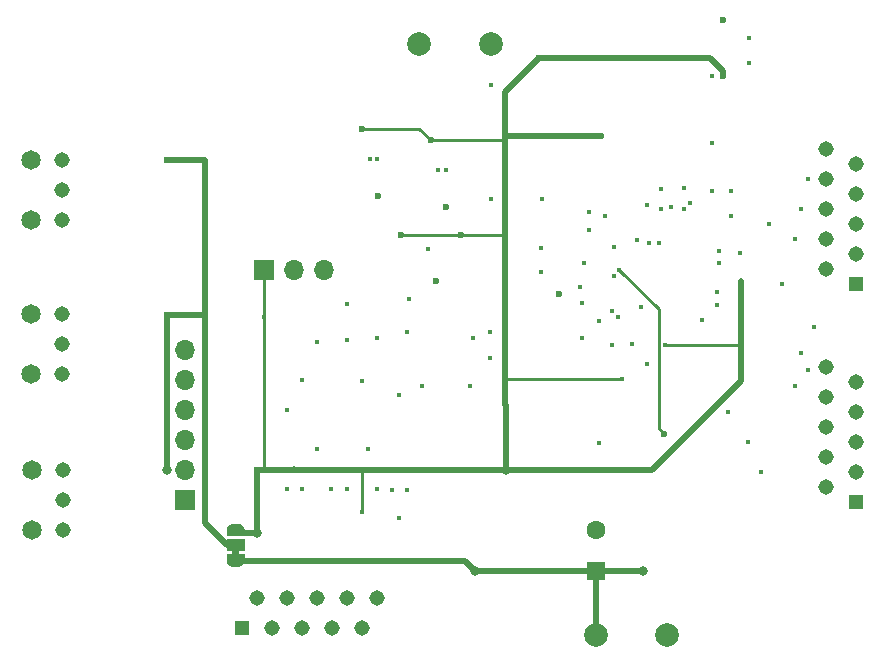
<source format=gbr>
G04 #@! TF.GenerationSoftware,KiCad,Pcbnew,(5.1.10-0-10_14)*
G04 #@! TF.CreationDate,2021-05-14T15:54:12+02:00*
G04 #@! TF.ProjectId,dac,6461632e-6b69-4636-9164-5f7063625858,rev?*
G04 #@! TF.SameCoordinates,Original*
G04 #@! TF.FileFunction,Copper,L4,Bot*
G04 #@! TF.FilePolarity,Positive*
%FSLAX46Y46*%
G04 Gerber Fmt 4.6, Leading zero omitted, Abs format (unit mm)*
G04 Created by KiCad (PCBNEW (5.1.10-0-10_14)) date 2021-05-14 15:54:12*
%MOMM*%
%LPD*%
G01*
G04 APERTURE LIST*
G04 #@! TA.AperFunction,EtchedComponent*
%ADD10C,0.100000*%
G04 #@! TD*
G04 #@! TA.AperFunction,ComponentPad*
%ADD11C,1.308000*%
G04 #@! TD*
G04 #@! TA.AperFunction,ComponentPad*
%ADD12C,1.650000*%
G04 #@! TD*
G04 #@! TA.AperFunction,ComponentPad*
%ADD13C,2.000000*%
G04 #@! TD*
G04 #@! TA.AperFunction,ComponentPad*
%ADD14R,1.308000X1.308000*%
G04 #@! TD*
G04 #@! TA.AperFunction,ComponentPad*
%ADD15O,1.700000X1.700000*%
G04 #@! TD*
G04 #@! TA.AperFunction,ComponentPad*
%ADD16R,1.700000X1.700000*%
G04 #@! TD*
G04 #@! TA.AperFunction,SMDPad,CuDef*
%ADD17C,0.100000*%
G04 #@! TD*
G04 #@! TA.AperFunction,SMDPad,CuDef*
%ADD18R,1.500000X1.000000*%
G04 #@! TD*
G04 #@! TA.AperFunction,ComponentPad*
%ADD19C,1.600000*%
G04 #@! TD*
G04 #@! TA.AperFunction,ComponentPad*
%ADD20R,1.600000X1.600000*%
G04 #@! TD*
G04 #@! TA.AperFunction,ViaPad*
%ADD21C,0.450000*%
G04 #@! TD*
G04 #@! TA.AperFunction,ViaPad*
%ADD22C,0.600000*%
G04 #@! TD*
G04 #@! TA.AperFunction,ViaPad*
%ADD23C,0.800000*%
G04 #@! TD*
G04 #@! TA.AperFunction,Conductor*
%ADD24C,0.250000*%
G04 #@! TD*
G04 #@! TA.AperFunction,Conductor*
%ADD25C,0.500000*%
G04 #@! TD*
G04 APERTURE END LIST*
D10*
G36*
X130043200Y-103638400D02*
G01*
X130043200Y-103138400D01*
X129443200Y-103138400D01*
X129443200Y-103638400D01*
X130043200Y-103638400D01*
G37*
D11*
X115088500Y-96393000D03*
X115088500Y-98933000D03*
X115088500Y-101473000D03*
D12*
X112458500Y-101473000D03*
X112458500Y-96393000D03*
D11*
X115025000Y-83185000D03*
X115025000Y-85725000D03*
X115025000Y-88265000D03*
D12*
X112395000Y-88265000D03*
X112395000Y-83185000D03*
D11*
X115025000Y-70104000D03*
X115025000Y-72644000D03*
X115025000Y-75184000D03*
D12*
X112395000Y-75184000D03*
X112395000Y-70104000D03*
D13*
X145288000Y-60261500D03*
X151320500Y-60261500D03*
D14*
X130238500Y-109728000D03*
D11*
X131508500Y-107188000D03*
X132778500Y-109728000D03*
X134048500Y-107188000D03*
X135318500Y-109728000D03*
X136588500Y-107188000D03*
X137858500Y-109728000D03*
X139128500Y-107188000D03*
X140398500Y-109728000D03*
X141668500Y-107188000D03*
D14*
X182245000Y-99060000D03*
D11*
X179705000Y-97790000D03*
X182245000Y-96520000D03*
X179705000Y-95250000D03*
X182245000Y-93980000D03*
X179705000Y-92710000D03*
X182245000Y-91440000D03*
X179705000Y-90170000D03*
X182245000Y-88900000D03*
X179705000Y-87630000D03*
D14*
X182245000Y-80645000D03*
D11*
X179705000Y-79375000D03*
X182245000Y-78105000D03*
X179705000Y-76835000D03*
X182245000Y-75565000D03*
X179705000Y-74295000D03*
X182245000Y-73025000D03*
X179705000Y-71755000D03*
X182245000Y-70485000D03*
X179705000Y-69215000D03*
D15*
X137223500Y-79438500D03*
X134683500Y-79438500D03*
D16*
X132143500Y-79438500D03*
G04 #@! TA.AperFunction,SMDPad,CuDef*
D17*
G36*
X130493200Y-103488400D02*
G01*
X130493200Y-104038400D01*
X130492598Y-104038400D01*
X130492598Y-104062934D01*
X130487788Y-104111765D01*
X130478216Y-104159890D01*
X130463972Y-104206845D01*
X130445195Y-104252178D01*
X130422064Y-104295451D01*
X130394804Y-104336250D01*
X130363676Y-104374179D01*
X130328979Y-104408876D01*
X130291050Y-104440004D01*
X130250251Y-104467264D01*
X130206978Y-104490395D01*
X130161645Y-104509172D01*
X130114690Y-104523416D01*
X130066565Y-104532988D01*
X130017734Y-104537798D01*
X129993200Y-104537798D01*
X129993200Y-104538400D01*
X129493200Y-104538400D01*
X129493200Y-104537798D01*
X129468666Y-104537798D01*
X129419835Y-104532988D01*
X129371710Y-104523416D01*
X129324755Y-104509172D01*
X129279422Y-104490395D01*
X129236149Y-104467264D01*
X129195350Y-104440004D01*
X129157421Y-104408876D01*
X129122724Y-104374179D01*
X129091596Y-104336250D01*
X129064336Y-104295451D01*
X129041205Y-104252178D01*
X129022428Y-104206845D01*
X129008184Y-104159890D01*
X128998612Y-104111765D01*
X128993802Y-104062934D01*
X128993802Y-104038400D01*
X128993200Y-104038400D01*
X128993200Y-103488400D01*
X130493200Y-103488400D01*
G37*
G04 #@! TD.AperFunction*
D18*
X129743200Y-102738400D03*
G04 #@! TA.AperFunction,SMDPad,CuDef*
D17*
G36*
X128993802Y-101438400D02*
G01*
X128993802Y-101413866D01*
X128998612Y-101365035D01*
X129008184Y-101316910D01*
X129022428Y-101269955D01*
X129041205Y-101224622D01*
X129064336Y-101181349D01*
X129091596Y-101140550D01*
X129122724Y-101102621D01*
X129157421Y-101067924D01*
X129195350Y-101036796D01*
X129236149Y-101009536D01*
X129279422Y-100986405D01*
X129324755Y-100967628D01*
X129371710Y-100953384D01*
X129419835Y-100943812D01*
X129468666Y-100939002D01*
X129493200Y-100939002D01*
X129493200Y-100938400D01*
X129993200Y-100938400D01*
X129993200Y-100939002D01*
X130017734Y-100939002D01*
X130066565Y-100943812D01*
X130114690Y-100953384D01*
X130161645Y-100967628D01*
X130206978Y-100986405D01*
X130250251Y-101009536D01*
X130291050Y-101036796D01*
X130328979Y-101067924D01*
X130363676Y-101102621D01*
X130394804Y-101140550D01*
X130422064Y-101181349D01*
X130445195Y-101224622D01*
X130463972Y-101269955D01*
X130478216Y-101316910D01*
X130487788Y-101365035D01*
X130492598Y-101413866D01*
X130492598Y-101438400D01*
X130493200Y-101438400D01*
X130493200Y-101988400D01*
X128993200Y-101988400D01*
X128993200Y-101438400D01*
X128993802Y-101438400D01*
G37*
G04 #@! TD.AperFunction*
D13*
X166243000Y-110363000D03*
X160210500Y-110363000D03*
D19*
X160210500Y-101402000D03*
D20*
X160210500Y-104902000D03*
D15*
X125476000Y-86156800D03*
X125476000Y-88696800D03*
X125476000Y-91236800D03*
X125476000Y-93776800D03*
X125476000Y-96316800D03*
D16*
X125476000Y-98856800D03*
D21*
X165709600Y-72542400D03*
X165735000Y-74295000D03*
X164566600Y-87401400D03*
D22*
X170992800Y-58216800D03*
X141757400Y-73152000D03*
X147535900Y-74053700D03*
X157124400Y-81432400D03*
X146685000Y-80340200D03*
X131508500Y-96329500D03*
D21*
X166096000Y-85770400D03*
X172491400Y-80391000D03*
X162411400Y-88693000D03*
D22*
X155445800Y-61470200D03*
X160629600Y-68072000D03*
X170977600Y-63007200D03*
D21*
X132160000Y-83422500D03*
D22*
X152579000Y-81840000D03*
D21*
X140415000Y-99932500D03*
D23*
X131508500Y-101663500D03*
D22*
X140447000Y-67515500D03*
X146240500Y-68453000D03*
X143778001Y-76439999D03*
X148858001Y-76439999D03*
D23*
X152590500Y-96329500D03*
D21*
X155600400Y-79603600D03*
X159258000Y-78837000D03*
X155600400Y-77520800D03*
X161772225Y-77485808D03*
X135331200Y-88696800D03*
X134061200Y-91236800D03*
X158902400Y-80873600D03*
X144208500Y-84667000D03*
X151299000Y-84667000D03*
X151257000Y-86868000D03*
X178175999Y-71755000D03*
X178175999Y-87878999D03*
X141668500Y-85217000D03*
X159054800Y-82194400D03*
X149796499Y-85217001D03*
X159067500Y-85217000D03*
X177625999Y-74295000D03*
X177625999Y-86470501D03*
X162204400Y-79400400D03*
D22*
X165989000Y-93281500D03*
D21*
X167690800Y-74218800D03*
X167690800Y-72491600D03*
X163271200Y-85699600D03*
X161747200Y-79959200D03*
X161571002Y-82854800D03*
X161594800Y-85750400D03*
X160528000Y-83718400D03*
X140970000Y-94615000D03*
X160518001Y-94053499D03*
X178725999Y-84227501D03*
X172466000Y-77978000D03*
X170624500Y-77851000D03*
X174879000Y-75565000D03*
X170624500Y-78867000D03*
X171653200Y-72694800D03*
X160985200Y-74853800D03*
X171653200Y-74828400D03*
X169189400Y-83693000D03*
X174180500Y-96520000D03*
X170459400Y-82372200D03*
X173101000Y-93980000D03*
X170510200Y-81322199D03*
X171450000Y-91440000D03*
X170053000Y-62992000D03*
X170053000Y-68707000D03*
X173228000Y-61925200D03*
X175975998Y-80645000D03*
X162119800Y-83362800D03*
X170027600Y-72694800D03*
X164033200Y-82550000D03*
X173228000Y-59740800D03*
X139128500Y-97980500D03*
X137843498Y-97995502D03*
X139128500Y-85344000D03*
X139128500Y-82296000D03*
X135318500Y-97980500D03*
X134048500Y-97980500D03*
X141668500Y-97980500D03*
X144208500Y-98044000D03*
X143573500Y-89979500D03*
X143573500Y-100457000D03*
X142938500Y-98044000D03*
D23*
X149987000Y-104902000D03*
X164211000Y-104902000D03*
D22*
X123952000Y-70104000D03*
X123952000Y-83210400D03*
D23*
X123952000Y-96393000D03*
D21*
X136601200Y-94538800D03*
X149542500Y-89281000D03*
X177075999Y-76835000D03*
X177075999Y-89255499D03*
X136588500Y-85534500D03*
X140411200Y-88849200D03*
X145542000Y-89281000D03*
X141097000Y-70053200D03*
X146875500Y-70954900D03*
X166573200Y-74117200D03*
X147525377Y-70942158D03*
X141746826Y-70068312D03*
X168240800Y-73790771D03*
X159639000Y-76009500D03*
X164759261Y-77153338D03*
X159639000Y-74485500D03*
X163703000Y-76898500D03*
X164592000Y-73888600D03*
X155676600Y-73406000D03*
X151320500Y-73406000D03*
X151320500Y-63754000D03*
X165608000Y-77152500D03*
X145986500Y-77660500D03*
X144398044Y-81914740D03*
D24*
X166096000Y-85770400D02*
X166096000Y-85770400D01*
D25*
X125488700Y-96329500D02*
X125476000Y-96316800D01*
X152579000Y-64337000D02*
X155445800Y-61470200D01*
D24*
X152654000Y-68072000D02*
X152579000Y-68147000D01*
D25*
X152755600Y-68072000D02*
X152579000Y-67895400D01*
X160629600Y-68072000D02*
X152755600Y-68072000D01*
X152579000Y-67895400D02*
X152579000Y-64337000D01*
X152579000Y-68147000D02*
X152579000Y-67895400D01*
X170977600Y-62582936D02*
X170977600Y-63007200D01*
X169864864Y-61470200D02*
X170977600Y-62582936D01*
X155445800Y-61470200D02*
X169864864Y-61470200D01*
D24*
X134586201Y-96299799D02*
X134556500Y-96329500D01*
X134611201Y-96104801D02*
X134835900Y-96329500D01*
D25*
X134556500Y-96329500D02*
X134835900Y-96329500D01*
D24*
X132160000Y-96313000D02*
X132143500Y-96329500D01*
X132160000Y-83422500D02*
X132160000Y-96313000D01*
D25*
X132143500Y-96329500D02*
X134556500Y-96329500D01*
X131508500Y-96329500D02*
X132143500Y-96329500D01*
D24*
X152488900Y-70764400D02*
X152579000Y-70854500D01*
X152514300Y-70015100D02*
X152579000Y-70079800D01*
D25*
X152579000Y-70854500D02*
X152579000Y-70079800D01*
X129968300Y-101663500D02*
X129743200Y-101438400D01*
X152579000Y-81840000D02*
X152579000Y-78665000D01*
D24*
X132160000Y-79455000D02*
X132143500Y-79438500D01*
X132160000Y-83422500D02*
X132160000Y-79455000D01*
X125463300Y-96329500D02*
X125476000Y-96316800D01*
D25*
X131508500Y-101663500D02*
X129968300Y-101663500D01*
D24*
X152512999Y-76439999D02*
X152579000Y-76506000D01*
D25*
X152579000Y-76506000D02*
X152579000Y-70854500D01*
X152579000Y-78665000D02*
X152579000Y-76506000D01*
D24*
X148858001Y-76439999D02*
X152512999Y-76439999D01*
X143778001Y-76439999D02*
X148858001Y-76439999D01*
X146240500Y-68453000D02*
X152504000Y-68453000D01*
X152504000Y-68453000D02*
X152579000Y-68528000D01*
D25*
X152579000Y-68528000D02*
X152579000Y-68147000D01*
X152579000Y-70079800D02*
X152579000Y-68528000D01*
D24*
X145303000Y-67515500D02*
X146240500Y-68453000D01*
X140447000Y-67515500D02*
X145303000Y-67515500D01*
D25*
X152590500Y-96329500D02*
X143129000Y-96329500D01*
X152590500Y-90868500D02*
X152579000Y-90857000D01*
X152590500Y-96329500D02*
X152590500Y-90868500D01*
D24*
X152637500Y-88693000D02*
X152579000Y-88634500D01*
X162411400Y-88693000D02*
X152637500Y-88693000D01*
D25*
X152579000Y-88634500D02*
X152579000Y-81840000D01*
X152579000Y-90857000D02*
X152579000Y-88634500D01*
X165003502Y-96329500D02*
X172491400Y-88841602D01*
X152590500Y-96329500D02*
X165003502Y-96329500D01*
D24*
X172447900Y-85770400D02*
X172491400Y-85813900D01*
D25*
X172491400Y-85813900D02*
X172491400Y-80391000D01*
D24*
X166096000Y-85770400D02*
X172447900Y-85770400D01*
D25*
X172491400Y-88841602D02*
X172491400Y-85813900D01*
X131508500Y-101663500D02*
X131508500Y-96329500D01*
D24*
X140415000Y-96440000D02*
X140525500Y-96329500D01*
D25*
X140525500Y-96329500D02*
X134835900Y-96329500D01*
D24*
X140415000Y-99932500D02*
X140415000Y-96440000D01*
D25*
X143129000Y-96329500D02*
X140525500Y-96329500D01*
D24*
X165544500Y-82740500D02*
X162204400Y-79400400D01*
X165544500Y-82955000D02*
X165544500Y-82740500D01*
X165544500Y-82955000D02*
X165544500Y-92837000D01*
X165544500Y-92837000D02*
X165989000Y-93281500D01*
X165989000Y-93281500D02*
X165989000Y-93281500D01*
D25*
X129818100Y-103963500D02*
X129743200Y-104038400D01*
X160210500Y-104902000D02*
X149987000Y-104902000D01*
X160210500Y-104902000D02*
X164211000Y-104902000D01*
X160210500Y-110363000D02*
X160210500Y-104902000D01*
X149123400Y-104038400D02*
X149987000Y-104902000D01*
X129743200Y-104038400D02*
X149123400Y-104038400D01*
X127152400Y-100864812D02*
X127152400Y-83210400D01*
X127152400Y-83210400D02*
X123952000Y-83210400D01*
X127152400Y-83210400D02*
X127152400Y-70104000D01*
X127152400Y-70104000D02*
X123952000Y-70104000D01*
X129025988Y-102738400D02*
X127152400Y-100864812D01*
X129743200Y-102738400D02*
X129025988Y-102738400D01*
X123952000Y-96393000D02*
X123952000Y-83210400D01*
M02*

</source>
